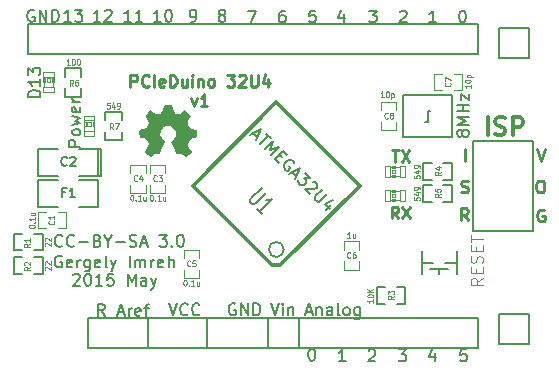
<source format=gto>
G04 (created by PCBNEW (2013-may-18)-stable) date Mon 04 May 2015 02:01:06 PM CST*
%MOIN*%
G04 Gerber Fmt 3.4, Leading zero omitted, Abs format*
%FSLAX34Y34*%
G01*
G70*
G90*
G04 APERTURE LIST*
%ADD10C,0.00590551*%
%ADD11C,0.00984252*%
%ADD12C,0.011811*%
%ADD13C,0.012*%
%ADD14C,0.008*%
%ADD15C,0.006*%
%ADD16C,0.0026*%
%ADD17C,0.004*%
%ADD18C,0.005*%
%ADD19C,0.0047*%
%ADD20C,0.0001*%
%ADD21C,0.0045*%
%ADD22C,0.00492126*%
G04 APERTURE END LIST*
G54D10*
X23158Y-47619D02*
X23121Y-47600D01*
X23065Y-47600D01*
X23008Y-47619D01*
X22971Y-47656D01*
X22952Y-47694D01*
X22934Y-47769D01*
X22934Y-47825D01*
X22952Y-47900D01*
X22971Y-47937D01*
X23008Y-47975D01*
X23065Y-47994D01*
X23102Y-47994D01*
X23158Y-47975D01*
X23177Y-47956D01*
X23177Y-47825D01*
X23102Y-47825D01*
X23496Y-47975D02*
X23458Y-47994D01*
X23383Y-47994D01*
X23346Y-47975D01*
X23327Y-47937D01*
X23327Y-47787D01*
X23346Y-47750D01*
X23383Y-47731D01*
X23458Y-47731D01*
X23496Y-47750D01*
X23515Y-47787D01*
X23515Y-47825D01*
X23327Y-47862D01*
X23683Y-47994D02*
X23683Y-47731D01*
X23683Y-47806D02*
X23702Y-47769D01*
X23721Y-47750D01*
X23758Y-47731D01*
X23796Y-47731D01*
X24096Y-47731D02*
X24096Y-48050D01*
X24077Y-48087D01*
X24058Y-48106D01*
X24021Y-48125D01*
X23965Y-48125D01*
X23927Y-48106D01*
X24096Y-47975D02*
X24058Y-47994D01*
X23983Y-47994D01*
X23946Y-47975D01*
X23927Y-47956D01*
X23908Y-47919D01*
X23908Y-47806D01*
X23927Y-47769D01*
X23946Y-47750D01*
X23983Y-47731D01*
X24058Y-47731D01*
X24096Y-47750D01*
X24433Y-47975D02*
X24396Y-47994D01*
X24321Y-47994D01*
X24283Y-47975D01*
X24265Y-47937D01*
X24265Y-47787D01*
X24283Y-47750D01*
X24321Y-47731D01*
X24396Y-47731D01*
X24433Y-47750D01*
X24452Y-47787D01*
X24452Y-47825D01*
X24265Y-47862D01*
X24677Y-47994D02*
X24640Y-47975D01*
X24621Y-47937D01*
X24621Y-47600D01*
X24790Y-47731D02*
X24883Y-47994D01*
X24977Y-47731D02*
X24883Y-47994D01*
X24846Y-48087D01*
X24827Y-48106D01*
X24790Y-48125D01*
X25427Y-47994D02*
X25427Y-47600D01*
X25614Y-47994D02*
X25614Y-47731D01*
X25614Y-47769D02*
X25633Y-47750D01*
X25671Y-47731D01*
X25727Y-47731D01*
X25764Y-47750D01*
X25783Y-47787D01*
X25783Y-47994D01*
X25783Y-47787D02*
X25802Y-47750D01*
X25839Y-47731D01*
X25896Y-47731D01*
X25933Y-47750D01*
X25952Y-47787D01*
X25952Y-47994D01*
X26139Y-47994D02*
X26139Y-47731D01*
X26139Y-47806D02*
X26158Y-47769D01*
X26177Y-47750D01*
X26214Y-47731D01*
X26252Y-47731D01*
X26533Y-47975D02*
X26496Y-47994D01*
X26421Y-47994D01*
X26383Y-47975D01*
X26364Y-47937D01*
X26364Y-47787D01*
X26383Y-47750D01*
X26421Y-47731D01*
X26496Y-47731D01*
X26533Y-47750D01*
X26552Y-47787D01*
X26552Y-47825D01*
X26364Y-47862D01*
X26721Y-47994D02*
X26721Y-47600D01*
X26889Y-47994D02*
X26889Y-47787D01*
X26871Y-47750D01*
X26833Y-47731D01*
X26777Y-47731D01*
X26739Y-47750D01*
X26721Y-47769D01*
X23543Y-48248D02*
X23562Y-48229D01*
X23599Y-48210D01*
X23693Y-48210D01*
X23730Y-48229D01*
X23749Y-48248D01*
X23768Y-48285D01*
X23768Y-48323D01*
X23749Y-48379D01*
X23524Y-48604D01*
X23768Y-48604D01*
X24011Y-48210D02*
X24049Y-48210D01*
X24086Y-48229D01*
X24105Y-48248D01*
X24124Y-48285D01*
X24143Y-48360D01*
X24143Y-48454D01*
X24124Y-48529D01*
X24105Y-48566D01*
X24086Y-48585D01*
X24049Y-48604D01*
X24011Y-48604D01*
X23974Y-48585D01*
X23955Y-48566D01*
X23937Y-48529D01*
X23918Y-48454D01*
X23918Y-48360D01*
X23937Y-48285D01*
X23955Y-48248D01*
X23974Y-48229D01*
X24011Y-48210D01*
X24518Y-48604D02*
X24293Y-48604D01*
X24405Y-48604D02*
X24405Y-48210D01*
X24368Y-48266D01*
X24330Y-48304D01*
X24293Y-48323D01*
X24874Y-48210D02*
X24686Y-48210D01*
X24668Y-48398D01*
X24686Y-48379D01*
X24724Y-48360D01*
X24818Y-48360D01*
X24855Y-48379D01*
X24874Y-48398D01*
X24893Y-48435D01*
X24893Y-48529D01*
X24874Y-48566D01*
X24855Y-48585D01*
X24818Y-48604D01*
X24724Y-48604D01*
X24686Y-48585D01*
X24668Y-48566D01*
X25361Y-48604D02*
X25361Y-48210D01*
X25493Y-48491D01*
X25624Y-48210D01*
X25624Y-48604D01*
X25980Y-48604D02*
X25980Y-48398D01*
X25961Y-48360D01*
X25924Y-48341D01*
X25849Y-48341D01*
X25811Y-48360D01*
X25980Y-48585D02*
X25943Y-48604D01*
X25849Y-48604D01*
X25811Y-48585D01*
X25793Y-48547D01*
X25793Y-48510D01*
X25811Y-48473D01*
X25849Y-48454D01*
X25943Y-48454D01*
X25980Y-48435D01*
X26130Y-48341D02*
X26224Y-48604D01*
X26317Y-48341D02*
X26224Y-48604D01*
X26186Y-48697D01*
X26167Y-48716D01*
X26130Y-48735D01*
X36497Y-39431D02*
X36534Y-39431D01*
X36571Y-39449D01*
X36590Y-39468D01*
X36609Y-39505D01*
X36628Y-39580D01*
X36628Y-39674D01*
X36609Y-39749D01*
X36590Y-39787D01*
X36571Y-39805D01*
X36534Y-39824D01*
X36497Y-39824D01*
X36459Y-39805D01*
X36440Y-39787D01*
X36422Y-39749D01*
X36403Y-39674D01*
X36403Y-39580D01*
X36422Y-39505D01*
X36440Y-39468D01*
X36459Y-39449D01*
X36497Y-39431D01*
X35643Y-39824D02*
X35419Y-39824D01*
X35531Y-39824D02*
X35531Y-39431D01*
X35494Y-39487D01*
X35456Y-39524D01*
X35419Y-39543D01*
X34434Y-39468D02*
X34453Y-39449D01*
X34491Y-39431D01*
X34584Y-39431D01*
X34622Y-39449D01*
X34640Y-39468D01*
X34659Y-39505D01*
X34659Y-39543D01*
X34640Y-39599D01*
X34416Y-39824D01*
X34659Y-39824D01*
X33412Y-39431D02*
X33655Y-39431D01*
X33524Y-39580D01*
X33580Y-39580D01*
X33618Y-39599D01*
X33637Y-39618D01*
X33655Y-39655D01*
X33655Y-39749D01*
X33637Y-39787D01*
X33618Y-39805D01*
X33580Y-39824D01*
X33468Y-39824D01*
X33430Y-39805D01*
X33412Y-39787D01*
X32555Y-39562D02*
X32555Y-39824D01*
X32461Y-39412D02*
X32367Y-39693D01*
X32611Y-39693D01*
X31609Y-39431D02*
X31422Y-39431D01*
X31403Y-39618D01*
X31422Y-39599D01*
X31459Y-39580D01*
X31553Y-39580D01*
X31590Y-39599D01*
X31609Y-39618D01*
X31628Y-39655D01*
X31628Y-39749D01*
X31609Y-39787D01*
X31590Y-39805D01*
X31553Y-39824D01*
X31459Y-39824D01*
X31422Y-39805D01*
X31403Y-39787D01*
X30586Y-39431D02*
X30511Y-39431D01*
X30474Y-39449D01*
X30455Y-39468D01*
X30418Y-39524D01*
X30399Y-39599D01*
X30399Y-39749D01*
X30418Y-39787D01*
X30436Y-39805D01*
X30474Y-39824D01*
X30549Y-39824D01*
X30586Y-39805D01*
X30605Y-39787D01*
X30624Y-39749D01*
X30624Y-39655D01*
X30605Y-39618D01*
X30586Y-39599D01*
X30549Y-39580D01*
X30474Y-39580D01*
X30436Y-39599D01*
X30418Y-39618D01*
X30399Y-39655D01*
X29376Y-39431D02*
X29639Y-39431D01*
X29470Y-39824D01*
X28466Y-39580D02*
X28428Y-39561D01*
X28410Y-39542D01*
X28391Y-39505D01*
X28391Y-39486D01*
X28410Y-39448D01*
X28428Y-39430D01*
X28466Y-39411D01*
X28541Y-39411D01*
X28578Y-39430D01*
X28597Y-39448D01*
X28616Y-39486D01*
X28616Y-39505D01*
X28597Y-39542D01*
X28578Y-39561D01*
X28541Y-39580D01*
X28466Y-39580D01*
X28428Y-39598D01*
X28410Y-39617D01*
X28391Y-39655D01*
X28391Y-39730D01*
X28410Y-39767D01*
X28428Y-39786D01*
X28466Y-39805D01*
X28541Y-39805D01*
X28578Y-39786D01*
X28597Y-39767D01*
X28616Y-39730D01*
X28616Y-39655D01*
X28597Y-39617D01*
X28578Y-39598D01*
X28541Y-39580D01*
X27464Y-39805D02*
X27539Y-39805D01*
X27576Y-39786D01*
X27595Y-39767D01*
X27633Y-39711D01*
X27651Y-39636D01*
X27651Y-39486D01*
X27633Y-39448D01*
X27614Y-39430D01*
X27576Y-39411D01*
X27501Y-39411D01*
X27464Y-39430D01*
X27445Y-39448D01*
X27426Y-39486D01*
X27426Y-39580D01*
X27445Y-39617D01*
X27464Y-39636D01*
X27501Y-39655D01*
X27576Y-39655D01*
X27614Y-39636D01*
X27633Y-39617D01*
X27651Y-39580D01*
X26460Y-39805D02*
X26235Y-39805D01*
X26347Y-39805D02*
X26347Y-39411D01*
X26310Y-39467D01*
X26272Y-39505D01*
X26235Y-39523D01*
X26704Y-39411D02*
X26741Y-39411D01*
X26779Y-39430D01*
X26797Y-39448D01*
X26816Y-39486D01*
X26835Y-39561D01*
X26835Y-39655D01*
X26816Y-39730D01*
X26797Y-39767D01*
X26779Y-39786D01*
X26741Y-39805D01*
X26704Y-39805D01*
X26666Y-39786D01*
X26647Y-39767D01*
X26629Y-39730D01*
X26610Y-39655D01*
X26610Y-39561D01*
X26629Y-39486D01*
X26647Y-39448D01*
X26666Y-39430D01*
X26704Y-39411D01*
X25476Y-39805D02*
X25251Y-39805D01*
X25363Y-39805D02*
X25363Y-39411D01*
X25326Y-39467D01*
X25288Y-39505D01*
X25251Y-39523D01*
X25851Y-39805D02*
X25626Y-39805D01*
X25738Y-39805D02*
X25738Y-39411D01*
X25701Y-39467D01*
X25663Y-39505D01*
X25626Y-39523D01*
X24452Y-39805D02*
X24227Y-39805D01*
X24340Y-39805D02*
X24340Y-39411D01*
X24302Y-39467D01*
X24265Y-39505D01*
X24227Y-39523D01*
X24602Y-39448D02*
X24621Y-39430D01*
X24658Y-39411D01*
X24752Y-39411D01*
X24790Y-39430D01*
X24808Y-39448D01*
X24827Y-39486D01*
X24827Y-39523D01*
X24808Y-39580D01*
X24583Y-39805D01*
X24827Y-39805D01*
X23468Y-39805D02*
X23243Y-39805D01*
X23355Y-39805D02*
X23355Y-39411D01*
X23318Y-39467D01*
X23280Y-39505D01*
X23243Y-39523D01*
X23599Y-39411D02*
X23843Y-39411D01*
X23712Y-39561D01*
X23768Y-39561D01*
X23805Y-39580D01*
X23824Y-39598D01*
X23843Y-39636D01*
X23843Y-39730D01*
X23824Y-39767D01*
X23805Y-39786D01*
X23768Y-39805D01*
X23655Y-39805D01*
X23618Y-39786D01*
X23599Y-39767D01*
X22239Y-39430D02*
X22201Y-39411D01*
X22145Y-39411D01*
X22089Y-39430D01*
X22051Y-39467D01*
X22033Y-39505D01*
X22014Y-39580D01*
X22014Y-39636D01*
X22033Y-39711D01*
X22051Y-39748D01*
X22089Y-39786D01*
X22145Y-39805D01*
X22183Y-39805D01*
X22239Y-39786D01*
X22258Y-39767D01*
X22258Y-39636D01*
X22183Y-39636D01*
X22426Y-39805D02*
X22426Y-39411D01*
X22651Y-39805D01*
X22651Y-39411D01*
X22839Y-39805D02*
X22839Y-39411D01*
X22933Y-39411D01*
X22989Y-39430D01*
X23026Y-39467D01*
X23045Y-39505D01*
X23064Y-39580D01*
X23064Y-39636D01*
X23045Y-39711D01*
X23026Y-39748D01*
X22989Y-39786D01*
X22933Y-39805D01*
X22839Y-39805D01*
X30128Y-49194D02*
X30259Y-49588D01*
X30390Y-49194D01*
X30522Y-49588D02*
X30522Y-49326D01*
X30522Y-49194D02*
X30503Y-49213D01*
X30522Y-49232D01*
X30540Y-49213D01*
X30522Y-49194D01*
X30522Y-49232D01*
X30709Y-49326D02*
X30709Y-49588D01*
X30709Y-49363D02*
X30728Y-49344D01*
X30765Y-49326D01*
X30822Y-49326D01*
X30859Y-49344D01*
X30878Y-49382D01*
X30878Y-49588D01*
X30039Y-49704D02*
X30039Y-50629D01*
X28011Y-49685D02*
X28011Y-50649D01*
X26043Y-49704D02*
X26043Y-50649D01*
X28952Y-49213D02*
X28914Y-49194D01*
X28858Y-49194D01*
X28802Y-49213D01*
X28764Y-49251D01*
X28745Y-49288D01*
X28727Y-49363D01*
X28727Y-49419D01*
X28745Y-49494D01*
X28764Y-49532D01*
X28802Y-49569D01*
X28858Y-49588D01*
X28895Y-49588D01*
X28952Y-49569D01*
X28970Y-49550D01*
X28970Y-49419D01*
X28895Y-49419D01*
X29139Y-49588D02*
X29139Y-49194D01*
X29364Y-49588D01*
X29364Y-49194D01*
X29551Y-49588D02*
X29551Y-49194D01*
X29645Y-49194D01*
X29701Y-49213D01*
X29739Y-49251D01*
X29758Y-49288D01*
X29776Y-49363D01*
X29776Y-49419D01*
X29758Y-49494D01*
X29739Y-49532D01*
X29701Y-49569D01*
X29645Y-49588D01*
X29551Y-49588D01*
X26738Y-49194D02*
X26870Y-49588D01*
X27001Y-49194D01*
X27357Y-49550D02*
X27338Y-49569D01*
X27282Y-49588D01*
X27245Y-49588D01*
X27188Y-49569D01*
X27151Y-49532D01*
X27132Y-49494D01*
X27113Y-49419D01*
X27113Y-49363D01*
X27132Y-49288D01*
X27151Y-49251D01*
X27188Y-49213D01*
X27245Y-49194D01*
X27282Y-49194D01*
X27338Y-49213D01*
X27357Y-49232D01*
X27751Y-49550D02*
X27732Y-49569D01*
X27676Y-49588D01*
X27638Y-49588D01*
X27582Y-49569D01*
X27544Y-49532D01*
X27526Y-49494D01*
X27507Y-49419D01*
X27507Y-49363D01*
X27526Y-49288D01*
X27544Y-49251D01*
X27582Y-49213D01*
X27638Y-49194D01*
X27676Y-49194D01*
X27732Y-49213D01*
X27751Y-49232D01*
X25034Y-49495D02*
X25222Y-49495D01*
X24997Y-49608D02*
X25128Y-49214D01*
X25259Y-49608D01*
X25390Y-49608D02*
X25390Y-49345D01*
X25390Y-49420D02*
X25409Y-49383D01*
X25428Y-49364D01*
X25465Y-49345D01*
X25503Y-49345D01*
X25784Y-49589D02*
X25747Y-49608D01*
X25672Y-49608D01*
X25634Y-49589D01*
X25615Y-49551D01*
X25615Y-49401D01*
X25634Y-49364D01*
X25672Y-49345D01*
X25747Y-49345D01*
X25784Y-49364D01*
X25803Y-49401D01*
X25803Y-49439D01*
X25615Y-49476D01*
X25915Y-49345D02*
X26065Y-49345D01*
X25972Y-49608D02*
X25972Y-49270D01*
X25990Y-49233D01*
X26028Y-49214D01*
X26065Y-49214D01*
X24590Y-49608D02*
X24459Y-49420D01*
X24365Y-49608D02*
X24365Y-49214D01*
X24515Y-49214D01*
X24552Y-49233D01*
X24571Y-49251D01*
X24590Y-49289D01*
X24590Y-49345D01*
X24571Y-49383D01*
X24552Y-49401D01*
X24515Y-49420D01*
X24365Y-49420D01*
X31295Y-49476D02*
X31482Y-49476D01*
X31257Y-49588D02*
X31389Y-49194D01*
X31520Y-49588D01*
X31651Y-49326D02*
X31651Y-49588D01*
X31651Y-49363D02*
X31670Y-49344D01*
X31707Y-49326D01*
X31764Y-49326D01*
X31801Y-49344D01*
X31820Y-49382D01*
X31820Y-49588D01*
X32176Y-49588D02*
X32176Y-49382D01*
X32157Y-49344D01*
X32120Y-49326D01*
X32045Y-49326D01*
X32007Y-49344D01*
X32176Y-49569D02*
X32139Y-49588D01*
X32045Y-49588D01*
X32007Y-49569D01*
X31989Y-49532D01*
X31989Y-49494D01*
X32007Y-49457D01*
X32045Y-49438D01*
X32139Y-49438D01*
X32176Y-49419D01*
X32420Y-49588D02*
X32382Y-49569D01*
X32364Y-49532D01*
X32364Y-49194D01*
X32626Y-49588D02*
X32589Y-49569D01*
X32570Y-49550D01*
X32551Y-49513D01*
X32551Y-49401D01*
X32570Y-49363D01*
X32589Y-49344D01*
X32626Y-49326D01*
X32682Y-49326D01*
X32720Y-49344D01*
X32739Y-49363D01*
X32757Y-49401D01*
X32757Y-49513D01*
X32739Y-49550D01*
X32720Y-49569D01*
X32682Y-49588D01*
X32626Y-49588D01*
X33095Y-49326D02*
X33095Y-49644D01*
X33076Y-49682D01*
X33057Y-49700D01*
X33020Y-49719D01*
X32964Y-49719D01*
X32926Y-49700D01*
X33095Y-49569D02*
X33057Y-49588D01*
X32982Y-49588D01*
X32945Y-49569D01*
X32926Y-49550D01*
X32907Y-49513D01*
X32907Y-49401D01*
X32926Y-49363D01*
X32945Y-49344D01*
X32982Y-49326D01*
X33057Y-49326D01*
X33095Y-49344D01*
X36648Y-50730D02*
X36461Y-50730D01*
X36442Y-50917D01*
X36461Y-50898D01*
X36498Y-50880D01*
X36592Y-50880D01*
X36630Y-50898D01*
X36648Y-50917D01*
X36667Y-50955D01*
X36667Y-51048D01*
X36648Y-51086D01*
X36630Y-51105D01*
X36592Y-51123D01*
X36498Y-51123D01*
X36461Y-51105D01*
X36442Y-51086D01*
X35586Y-50861D02*
X35586Y-51123D01*
X35493Y-50711D02*
X35399Y-50992D01*
X35643Y-50992D01*
X34396Y-50730D02*
X34640Y-50730D01*
X34508Y-50880D01*
X34565Y-50880D01*
X34602Y-50898D01*
X34621Y-50917D01*
X34640Y-50955D01*
X34640Y-51048D01*
X34621Y-51086D01*
X34602Y-51105D01*
X34565Y-51123D01*
X34452Y-51123D01*
X34415Y-51105D01*
X34396Y-51086D01*
X33391Y-50767D02*
X33410Y-50748D01*
X33447Y-50730D01*
X33541Y-50730D01*
X33578Y-50748D01*
X33597Y-50767D01*
X33616Y-50805D01*
X33616Y-50842D01*
X33597Y-50898D01*
X33372Y-51123D01*
X33616Y-51123D01*
X32632Y-51123D02*
X32407Y-51123D01*
X32519Y-51123D02*
X32519Y-50730D01*
X32482Y-50786D01*
X32444Y-50823D01*
X32407Y-50842D01*
X31477Y-50710D02*
X31514Y-50710D01*
X31552Y-50729D01*
X31571Y-50748D01*
X31589Y-50785D01*
X31608Y-50860D01*
X31608Y-50954D01*
X31589Y-51029D01*
X31571Y-51066D01*
X31552Y-51085D01*
X31514Y-51104D01*
X31477Y-51104D01*
X31439Y-51085D01*
X31421Y-51066D01*
X31402Y-51029D01*
X31383Y-50954D01*
X31383Y-50860D01*
X31402Y-50785D01*
X31421Y-50748D01*
X31439Y-50729D01*
X31477Y-50710D01*
X31062Y-49685D02*
X31062Y-50669D01*
G54D11*
X36594Y-44431D02*
X36594Y-44037D01*
X36482Y-45475D02*
X36538Y-45494D01*
X36631Y-45494D01*
X36669Y-45475D01*
X36688Y-45456D01*
X36706Y-45419D01*
X36706Y-45381D01*
X36688Y-45344D01*
X36669Y-45325D01*
X36631Y-45306D01*
X36556Y-45287D01*
X36519Y-45269D01*
X36500Y-45250D01*
X36482Y-45212D01*
X36482Y-45175D01*
X36500Y-45137D01*
X36519Y-45119D01*
X36556Y-45100D01*
X36650Y-45100D01*
X36706Y-45119D01*
X39076Y-45100D02*
X39151Y-45100D01*
X39189Y-45119D01*
X39226Y-45156D01*
X39245Y-45231D01*
X39245Y-45362D01*
X39226Y-45437D01*
X39189Y-45475D01*
X39151Y-45494D01*
X39076Y-45494D01*
X39039Y-45475D01*
X39001Y-45437D01*
X38982Y-45362D01*
X38982Y-45231D01*
X39001Y-45156D01*
X39039Y-45119D01*
X39076Y-45100D01*
X39002Y-44037D02*
X39133Y-44431D01*
X39265Y-44037D01*
X36696Y-46419D02*
X36565Y-46231D01*
X36471Y-46419D02*
X36471Y-46025D01*
X36621Y-46025D01*
X36659Y-46044D01*
X36677Y-46062D01*
X36696Y-46100D01*
X36696Y-46156D01*
X36677Y-46194D01*
X36659Y-46212D01*
X36621Y-46231D01*
X36471Y-46231D01*
X39236Y-46083D02*
X39199Y-46064D01*
X39143Y-46064D01*
X39086Y-46083D01*
X39049Y-46121D01*
X39030Y-46158D01*
X39011Y-46233D01*
X39011Y-46289D01*
X39030Y-46364D01*
X39049Y-46402D01*
X39086Y-46439D01*
X39143Y-46458D01*
X39180Y-46458D01*
X39236Y-46439D01*
X39255Y-46421D01*
X39255Y-46289D01*
X39180Y-46289D01*
G54D12*
X37356Y-43585D02*
X37356Y-42994D01*
X37609Y-43557D02*
X37694Y-43585D01*
X37834Y-43585D01*
X37890Y-43557D01*
X37919Y-43529D01*
X37947Y-43473D01*
X37947Y-43416D01*
X37919Y-43360D01*
X37890Y-43332D01*
X37834Y-43304D01*
X37722Y-43276D01*
X37665Y-43248D01*
X37637Y-43219D01*
X37609Y-43163D01*
X37609Y-43107D01*
X37637Y-43051D01*
X37665Y-43023D01*
X37722Y-42994D01*
X37862Y-42994D01*
X37947Y-43023D01*
X38200Y-43585D02*
X38200Y-42994D01*
X38425Y-42994D01*
X38481Y-43023D01*
X38509Y-43051D01*
X38537Y-43107D01*
X38537Y-43191D01*
X38509Y-43248D01*
X38481Y-43276D01*
X38425Y-43304D01*
X38200Y-43304D01*
G54D10*
X23175Y-47267D02*
X23157Y-47286D01*
X23100Y-47305D01*
X23063Y-47305D01*
X23007Y-47286D01*
X22969Y-47248D01*
X22950Y-47211D01*
X22932Y-47136D01*
X22932Y-47080D01*
X22950Y-47005D01*
X22969Y-46967D01*
X23007Y-46930D01*
X23063Y-46911D01*
X23100Y-46911D01*
X23157Y-46930D01*
X23175Y-46948D01*
X23569Y-47267D02*
X23550Y-47286D01*
X23494Y-47305D01*
X23457Y-47305D01*
X23400Y-47286D01*
X23363Y-47248D01*
X23344Y-47211D01*
X23325Y-47136D01*
X23325Y-47080D01*
X23344Y-47005D01*
X23363Y-46967D01*
X23400Y-46930D01*
X23457Y-46911D01*
X23494Y-46911D01*
X23550Y-46930D01*
X23569Y-46948D01*
X23738Y-47155D02*
X24038Y-47155D01*
X24356Y-47098D02*
X24413Y-47117D01*
X24431Y-47136D01*
X24450Y-47173D01*
X24450Y-47230D01*
X24431Y-47267D01*
X24413Y-47286D01*
X24375Y-47305D01*
X24225Y-47305D01*
X24225Y-46911D01*
X24356Y-46911D01*
X24394Y-46930D01*
X24413Y-46948D01*
X24431Y-46986D01*
X24431Y-47023D01*
X24413Y-47061D01*
X24394Y-47080D01*
X24356Y-47098D01*
X24225Y-47098D01*
X24694Y-47117D02*
X24694Y-47305D01*
X24563Y-46911D02*
X24694Y-47117D01*
X24825Y-46911D01*
X24956Y-47155D02*
X25256Y-47155D01*
X25425Y-47286D02*
X25481Y-47305D01*
X25575Y-47305D01*
X25613Y-47286D01*
X25631Y-47267D01*
X25650Y-47230D01*
X25650Y-47192D01*
X25631Y-47155D01*
X25613Y-47136D01*
X25575Y-47117D01*
X25500Y-47098D01*
X25463Y-47080D01*
X25444Y-47061D01*
X25425Y-47023D01*
X25425Y-46986D01*
X25444Y-46948D01*
X25463Y-46930D01*
X25500Y-46911D01*
X25594Y-46911D01*
X25650Y-46930D01*
X25800Y-47192D02*
X25988Y-47192D01*
X25763Y-47305D02*
X25894Y-46911D01*
X26025Y-47305D01*
X26419Y-46911D02*
X26662Y-46911D01*
X26531Y-47061D01*
X26587Y-47061D01*
X26625Y-47080D01*
X26644Y-47098D01*
X26662Y-47136D01*
X26662Y-47230D01*
X26644Y-47267D01*
X26625Y-47286D01*
X26587Y-47305D01*
X26475Y-47305D01*
X26437Y-47286D01*
X26419Y-47267D01*
X26831Y-47267D02*
X26850Y-47286D01*
X26831Y-47305D01*
X26812Y-47286D01*
X26831Y-47267D01*
X26831Y-47305D01*
X27094Y-46911D02*
X27131Y-46911D01*
X27169Y-46930D01*
X27187Y-46948D01*
X27206Y-46986D01*
X27225Y-47061D01*
X27225Y-47155D01*
X27206Y-47230D01*
X27187Y-47267D01*
X27169Y-47286D01*
X27131Y-47305D01*
X27094Y-47305D01*
X27056Y-47286D01*
X27037Y-47267D01*
X27019Y-47230D01*
X27000Y-47155D01*
X27000Y-47061D01*
X27019Y-46986D01*
X27037Y-46948D01*
X27056Y-46930D01*
X27094Y-46911D01*
G54D11*
X25449Y-41970D02*
X25449Y-41576D01*
X25599Y-41576D01*
X25637Y-41595D01*
X25656Y-41614D01*
X25674Y-41651D01*
X25674Y-41707D01*
X25656Y-41745D01*
X25637Y-41764D01*
X25599Y-41782D01*
X25449Y-41782D01*
X26068Y-41932D02*
X26049Y-41951D01*
X25993Y-41970D01*
X25956Y-41970D01*
X25899Y-41951D01*
X25862Y-41914D01*
X25843Y-41876D01*
X25824Y-41801D01*
X25824Y-41745D01*
X25843Y-41670D01*
X25862Y-41632D01*
X25899Y-41595D01*
X25956Y-41576D01*
X25993Y-41576D01*
X26049Y-41595D01*
X26068Y-41614D01*
X26237Y-41970D02*
X26237Y-41576D01*
X26574Y-41951D02*
X26537Y-41970D01*
X26462Y-41970D01*
X26424Y-41951D01*
X26406Y-41914D01*
X26406Y-41764D01*
X26424Y-41726D01*
X26462Y-41707D01*
X26537Y-41707D01*
X26574Y-41726D01*
X26593Y-41764D01*
X26593Y-41801D01*
X26406Y-41839D01*
X26762Y-41970D02*
X26762Y-41576D01*
X26856Y-41576D01*
X26912Y-41595D01*
X26949Y-41632D01*
X26968Y-41670D01*
X26987Y-41745D01*
X26987Y-41801D01*
X26968Y-41876D01*
X26949Y-41914D01*
X26912Y-41951D01*
X26856Y-41970D01*
X26762Y-41970D01*
X27324Y-41707D02*
X27324Y-41970D01*
X27155Y-41707D02*
X27155Y-41914D01*
X27174Y-41951D01*
X27212Y-41970D01*
X27268Y-41970D01*
X27305Y-41951D01*
X27324Y-41932D01*
X27512Y-41970D02*
X27512Y-41707D01*
X27512Y-41576D02*
X27493Y-41595D01*
X27512Y-41614D01*
X27530Y-41595D01*
X27512Y-41576D01*
X27512Y-41614D01*
X27699Y-41707D02*
X27699Y-41970D01*
X27699Y-41745D02*
X27718Y-41726D01*
X27755Y-41707D01*
X27812Y-41707D01*
X27849Y-41726D01*
X27868Y-41764D01*
X27868Y-41970D01*
X28112Y-41970D02*
X28074Y-41951D01*
X28055Y-41932D01*
X28037Y-41895D01*
X28037Y-41782D01*
X28055Y-41745D01*
X28074Y-41726D01*
X28112Y-41707D01*
X28168Y-41707D01*
X28205Y-41726D01*
X28224Y-41745D01*
X28243Y-41782D01*
X28243Y-41895D01*
X28224Y-41932D01*
X28205Y-41951D01*
X28168Y-41970D01*
X28112Y-41970D01*
X28674Y-41576D02*
X28918Y-41576D01*
X28787Y-41726D01*
X28843Y-41726D01*
X28880Y-41745D01*
X28899Y-41764D01*
X28918Y-41801D01*
X28918Y-41895D01*
X28899Y-41932D01*
X28880Y-41951D01*
X28843Y-41970D01*
X28730Y-41970D01*
X28693Y-41951D01*
X28674Y-41932D01*
X29068Y-41614D02*
X29086Y-41595D01*
X29124Y-41576D01*
X29218Y-41576D01*
X29255Y-41595D01*
X29274Y-41614D01*
X29293Y-41651D01*
X29293Y-41689D01*
X29274Y-41745D01*
X29049Y-41970D01*
X29293Y-41970D01*
X29461Y-41576D02*
X29461Y-41895D01*
X29480Y-41932D01*
X29499Y-41951D01*
X29536Y-41970D01*
X29611Y-41970D01*
X29649Y-41951D01*
X29668Y-41932D01*
X29686Y-41895D01*
X29686Y-41576D01*
X30043Y-41707D02*
X30043Y-41970D01*
X29949Y-41557D02*
X29855Y-41839D01*
X30099Y-41839D01*
X27474Y-42357D02*
X27568Y-42619D01*
X27662Y-42357D01*
X28018Y-42619D02*
X27793Y-42619D01*
X27905Y-42619D02*
X27905Y-42226D01*
X27868Y-42282D01*
X27830Y-42320D01*
X27793Y-42338D01*
G54D13*
X27528Y-45275D02*
X30314Y-42489D01*
X30314Y-42489D02*
X33100Y-45275D01*
X30449Y-47927D02*
X33100Y-45275D01*
X30180Y-47927D02*
X27528Y-45275D01*
X30449Y-47927D02*
X30180Y-47927D01*
G54D14*
X30564Y-47396D02*
G75*
G03X30564Y-47396I-250J0D01*
G74*
G01*
G54D15*
X38728Y-50539D02*
X37728Y-50539D01*
X37728Y-49539D02*
X38728Y-49539D01*
X37728Y-50539D02*
X37728Y-49539D01*
X38728Y-49539D02*
X38728Y-50539D01*
X38728Y-41011D02*
X37728Y-41011D01*
X37728Y-40011D02*
X38728Y-40011D01*
X37728Y-41011D02*
X37728Y-40011D01*
X38728Y-40011D02*
X38728Y-41011D01*
G54D14*
X36870Y-46775D02*
X36870Y-43775D01*
X38870Y-43775D02*
X38870Y-46775D01*
X38870Y-46775D02*
X36870Y-46775D01*
X36870Y-43775D02*
X38870Y-43775D01*
G54D10*
X37027Y-40870D02*
X22027Y-40870D01*
X22027Y-40870D02*
X22027Y-39870D01*
X22027Y-39870D02*
X37027Y-39870D01*
X37027Y-39870D02*
X37027Y-40870D01*
X37027Y-50681D02*
X24027Y-50681D01*
X24027Y-50681D02*
X24027Y-49681D01*
X24027Y-49681D02*
X37027Y-49681D01*
X37027Y-49681D02*
X37027Y-50681D01*
G54D16*
X23897Y-43090D02*
X24251Y-43090D01*
X24251Y-43090D02*
X24251Y-42933D01*
X23897Y-42933D02*
X24251Y-42933D01*
X23897Y-43090D02*
X23897Y-42933D01*
X23897Y-43601D02*
X24251Y-43601D01*
X24251Y-43601D02*
X24251Y-43444D01*
X23897Y-43444D02*
X24251Y-43444D01*
X23897Y-43601D02*
X23897Y-43444D01*
X23897Y-43267D02*
X23956Y-43267D01*
X23956Y-43267D02*
X23956Y-43149D01*
X23897Y-43149D02*
X23956Y-43149D01*
X23897Y-43267D02*
X23897Y-43149D01*
X24192Y-43267D02*
X24251Y-43267D01*
X24251Y-43267D02*
X24251Y-43149D01*
X24192Y-43149D02*
X24251Y-43149D01*
X24192Y-43267D02*
X24192Y-43149D01*
X24015Y-43267D02*
X24133Y-43267D01*
X24133Y-43267D02*
X24133Y-43149D01*
X24015Y-43149D02*
X24133Y-43149D01*
X24015Y-43267D02*
X24015Y-43149D01*
G54D17*
X23917Y-43090D02*
X23917Y-43444D01*
X24231Y-43090D02*
X24231Y-43444D01*
G54D10*
X34527Y-43661D02*
X34527Y-42244D01*
X34527Y-42244D02*
X36181Y-42244D01*
X36181Y-42244D02*
X36181Y-43661D01*
X36181Y-43661D02*
X34527Y-43661D01*
X35274Y-43132D02*
X35354Y-43132D01*
X35354Y-43132D02*
X35354Y-42772D01*
X35354Y-42772D02*
X35434Y-42772D01*
G54D18*
X24385Y-44938D02*
X24485Y-44938D01*
X24485Y-44938D02*
X24485Y-44038D01*
X24485Y-44038D02*
X24385Y-44038D01*
X24385Y-44938D02*
X24385Y-44038D01*
X24385Y-44038D02*
X23735Y-44038D01*
X23035Y-44938D02*
X22385Y-44938D01*
X22385Y-44938D02*
X22385Y-44038D01*
X22385Y-44038D02*
X23035Y-44038D01*
X23735Y-44938D02*
X24385Y-44938D01*
X22385Y-45081D02*
X22385Y-45981D01*
X22385Y-45981D02*
X23035Y-45981D01*
X23735Y-45081D02*
X24385Y-45081D01*
X24385Y-45081D02*
X24385Y-45981D01*
X24385Y-45981D02*
X23735Y-45981D01*
X23035Y-45081D02*
X22385Y-45081D01*
X25156Y-43090D02*
X25156Y-42812D01*
X25156Y-42812D02*
X24606Y-42812D01*
X24606Y-42812D02*
X24606Y-43090D01*
X25156Y-43762D02*
X25156Y-43484D01*
X25156Y-43762D02*
X24606Y-43762D01*
X24606Y-43762D02*
X24606Y-43484D01*
X33936Y-48662D02*
X33658Y-48662D01*
X33658Y-48662D02*
X33658Y-49212D01*
X33658Y-49212D02*
X33936Y-49212D01*
X34608Y-48662D02*
X34330Y-48662D01*
X34608Y-48662D02*
X34608Y-49212D01*
X34608Y-49212D02*
X34330Y-49212D01*
X22244Y-47420D02*
X22522Y-47420D01*
X22522Y-47420D02*
X22522Y-46870D01*
X22522Y-46870D02*
X22244Y-46870D01*
X21572Y-47420D02*
X21850Y-47420D01*
X21572Y-47420D02*
X21572Y-46870D01*
X21572Y-46870D02*
X21850Y-46870D01*
X22244Y-48208D02*
X22522Y-48208D01*
X22522Y-48208D02*
X22522Y-47658D01*
X22522Y-47658D02*
X22244Y-47658D01*
X21572Y-48208D02*
X21850Y-48208D01*
X21572Y-48208D02*
X21572Y-47658D01*
X21572Y-47658D02*
X21850Y-47658D01*
X23818Y-41633D02*
X23818Y-41355D01*
X23818Y-41355D02*
X23268Y-41355D01*
X23268Y-41355D02*
X23268Y-41633D01*
X23818Y-42305D02*
X23818Y-42027D01*
X23818Y-42305D02*
X23268Y-42305D01*
X23268Y-42305D02*
X23268Y-42027D01*
X35491Y-44528D02*
X35213Y-44528D01*
X35213Y-44528D02*
X35213Y-45078D01*
X35213Y-45078D02*
X35491Y-45078D01*
X36163Y-44528D02*
X35885Y-44528D01*
X36163Y-44528D02*
X36163Y-45078D01*
X36163Y-45078D02*
X35885Y-45078D01*
X35491Y-45256D02*
X35213Y-45256D01*
X35213Y-45256D02*
X35213Y-45806D01*
X35213Y-45806D02*
X35491Y-45806D01*
X36163Y-45256D02*
X35885Y-45256D01*
X36163Y-45256D02*
X36163Y-45806D01*
X36163Y-45806D02*
X35885Y-45806D01*
G54D19*
X36240Y-42067D02*
X36515Y-42067D01*
X35846Y-42067D02*
X35571Y-42067D01*
X36240Y-41555D02*
X36515Y-41555D01*
X35571Y-41555D02*
X35846Y-41555D01*
X36515Y-41561D02*
X36515Y-42061D01*
X35571Y-42061D02*
X35571Y-41561D01*
X32558Y-47795D02*
X32558Y-48070D01*
X32558Y-47401D02*
X32558Y-47126D01*
X33070Y-47795D02*
X33070Y-48070D01*
X33070Y-47126D02*
X33070Y-47401D01*
X33064Y-48070D02*
X32564Y-48070D01*
X32564Y-47126D02*
X33064Y-47126D01*
X23031Y-46673D02*
X23306Y-46673D01*
X22637Y-46673D02*
X22362Y-46673D01*
X23031Y-46161D02*
X23306Y-46161D01*
X22362Y-46161D02*
X22637Y-46161D01*
X23306Y-46167D02*
X23306Y-46667D01*
X22362Y-46667D02*
X22362Y-46167D01*
X25964Y-44842D02*
X25964Y-44567D01*
X25964Y-45236D02*
X25964Y-45511D01*
X25452Y-44842D02*
X25452Y-44567D01*
X25452Y-45511D02*
X25452Y-45236D01*
X25458Y-44567D02*
X25958Y-44567D01*
X25958Y-45511D02*
X25458Y-45511D01*
X26614Y-44842D02*
X26614Y-44567D01*
X26614Y-45236D02*
X26614Y-45511D01*
X26102Y-44842D02*
X26102Y-44567D01*
X26102Y-45511D02*
X26102Y-45236D01*
X26108Y-44567D02*
X26608Y-44567D01*
X26608Y-45511D02*
X26108Y-45511D01*
X27736Y-47677D02*
X27736Y-47402D01*
X27736Y-48071D02*
X27736Y-48346D01*
X27224Y-47677D02*
X27224Y-47402D01*
X27224Y-48346D02*
X27224Y-48071D01*
X27230Y-47402D02*
X27730Y-47402D01*
X27730Y-48346D02*
X27230Y-48346D01*
X34311Y-42755D02*
X34311Y-42480D01*
X34311Y-43149D02*
X34311Y-43424D01*
X33799Y-42755D02*
X33799Y-42480D01*
X33799Y-43424D02*
X33799Y-43149D01*
X33805Y-42480D02*
X34305Y-42480D01*
X34305Y-43424D02*
X33805Y-43424D01*
G54D16*
X34094Y-45767D02*
X34094Y-45413D01*
X34094Y-45413D02*
X33937Y-45413D01*
X33937Y-45767D02*
X33937Y-45413D01*
X34094Y-45767D02*
X33937Y-45767D01*
X34605Y-45767D02*
X34605Y-45413D01*
X34605Y-45413D02*
X34448Y-45413D01*
X34448Y-45767D02*
X34448Y-45413D01*
X34605Y-45767D02*
X34448Y-45767D01*
X34271Y-45767D02*
X34271Y-45708D01*
X34271Y-45708D02*
X34153Y-45708D01*
X34153Y-45767D02*
X34153Y-45708D01*
X34271Y-45767D02*
X34153Y-45767D01*
X34271Y-45472D02*
X34271Y-45413D01*
X34271Y-45413D02*
X34153Y-45413D01*
X34153Y-45472D02*
X34153Y-45413D01*
X34271Y-45472D02*
X34153Y-45472D01*
X34271Y-45649D02*
X34271Y-45531D01*
X34271Y-45531D02*
X34153Y-45531D01*
X34153Y-45649D02*
X34153Y-45531D01*
X34271Y-45649D02*
X34153Y-45649D01*
G54D17*
X34094Y-45747D02*
X34448Y-45747D01*
X34094Y-45433D02*
X34448Y-45433D01*
G54D16*
X34094Y-44980D02*
X34094Y-44626D01*
X34094Y-44626D02*
X33937Y-44626D01*
X33937Y-44980D02*
X33937Y-44626D01*
X34094Y-44980D02*
X33937Y-44980D01*
X34605Y-44980D02*
X34605Y-44626D01*
X34605Y-44626D02*
X34448Y-44626D01*
X34448Y-44980D02*
X34448Y-44626D01*
X34605Y-44980D02*
X34448Y-44980D01*
X34271Y-44980D02*
X34271Y-44921D01*
X34271Y-44921D02*
X34153Y-44921D01*
X34153Y-44980D02*
X34153Y-44921D01*
X34271Y-44980D02*
X34153Y-44980D01*
X34271Y-44685D02*
X34271Y-44626D01*
X34271Y-44626D02*
X34153Y-44626D01*
X34153Y-44685D02*
X34153Y-44626D01*
X34271Y-44685D02*
X34153Y-44685D01*
X34271Y-44862D02*
X34271Y-44744D01*
X34271Y-44744D02*
X34153Y-44744D01*
X34153Y-44862D02*
X34153Y-44744D01*
X34271Y-44862D02*
X34153Y-44862D01*
G54D17*
X34094Y-44960D02*
X34448Y-44960D01*
X34094Y-44646D02*
X34448Y-44646D01*
G54D16*
X22539Y-41634D02*
X22893Y-41634D01*
X22893Y-41634D02*
X22893Y-41477D01*
X22539Y-41477D02*
X22893Y-41477D01*
X22539Y-41634D02*
X22539Y-41477D01*
X22539Y-42145D02*
X22893Y-42145D01*
X22893Y-42145D02*
X22893Y-41988D01*
X22539Y-41988D02*
X22893Y-41988D01*
X22539Y-42145D02*
X22539Y-41988D01*
X22539Y-41811D02*
X22598Y-41811D01*
X22598Y-41811D02*
X22598Y-41693D01*
X22539Y-41693D02*
X22598Y-41693D01*
X22539Y-41811D02*
X22539Y-41693D01*
X22834Y-41811D02*
X22893Y-41811D01*
X22893Y-41811D02*
X22893Y-41693D01*
X22834Y-41693D02*
X22893Y-41693D01*
X22834Y-41811D02*
X22834Y-41693D01*
X22657Y-41811D02*
X22775Y-41811D01*
X22775Y-41811D02*
X22775Y-41693D01*
X22657Y-41693D02*
X22775Y-41693D01*
X22657Y-41811D02*
X22657Y-41693D01*
G54D17*
X22559Y-41634D02*
X22559Y-41988D01*
X22873Y-41634D02*
X22873Y-41988D01*
G54D10*
X35748Y-48031D02*
X35748Y-48228D01*
X36043Y-48031D02*
X35452Y-48031D01*
X35157Y-47834D02*
X35551Y-47834D01*
X36338Y-47834D02*
X35944Y-47834D01*
X35157Y-47440D02*
X35157Y-48228D01*
X36338Y-47440D02*
X36338Y-48228D01*
G54D20*
G36*
X27675Y-43490D02*
X27672Y-43542D01*
X27661Y-43630D01*
X27635Y-43672D01*
X27577Y-43688D01*
X27552Y-43691D01*
X27465Y-43714D01*
X27408Y-43775D01*
X27389Y-43812D01*
X27357Y-43889D01*
X27359Y-43944D01*
X27397Y-44010D01*
X27411Y-44029D01*
X27486Y-44135D01*
X27394Y-44231D01*
X27302Y-44328D01*
X27205Y-44259D01*
X27123Y-44217D01*
X27051Y-44205D01*
X27045Y-44206D01*
X27006Y-44204D01*
X26969Y-44167D01*
X26927Y-44083D01*
X26901Y-44019D01*
X26819Y-43814D01*
X26899Y-43720D01*
X26966Y-43604D01*
X26967Y-43493D01*
X26901Y-43383D01*
X26881Y-43361D01*
X26769Y-43282D01*
X26658Y-43270D01*
X26551Y-43323D01*
X26527Y-43345D01*
X26458Y-43454D01*
X26446Y-43575D01*
X26490Y-43687D01*
X26524Y-43727D01*
X26604Y-43801D01*
X26519Y-44015D01*
X26471Y-44128D01*
X26435Y-44191D01*
X26400Y-44214D01*
X26363Y-44211D01*
X26278Y-44220D01*
X26207Y-44260D01*
X26121Y-44327D01*
X26029Y-44231D01*
X25937Y-44135D01*
X26005Y-44024D01*
X26047Y-43944D01*
X26053Y-43881D01*
X26028Y-43807D01*
X25980Y-43729D01*
X25908Y-43696D01*
X25872Y-43691D01*
X25802Y-43679D01*
X25768Y-43647D01*
X25754Y-43576D01*
X25751Y-43539D01*
X25748Y-43450D01*
X25765Y-43406D01*
X25821Y-43386D01*
X25874Y-43377D01*
X25968Y-43353D01*
X26019Y-43307D01*
X26043Y-43256D01*
X26060Y-43173D01*
X26036Y-43101D01*
X26011Y-43063D01*
X25959Y-42980D01*
X25953Y-42922D01*
X25993Y-42865D01*
X26025Y-42833D01*
X26105Y-42758D01*
X26237Y-42834D01*
X26321Y-42879D01*
X26374Y-42892D01*
X26423Y-42874D01*
X26457Y-42853D01*
X26519Y-42793D01*
X26545Y-42732D01*
X26559Y-42630D01*
X26611Y-42578D01*
X26711Y-42564D01*
X26712Y-42564D01*
X26795Y-42568D01*
X26835Y-42595D01*
X26856Y-42664D01*
X26861Y-42694D01*
X26889Y-42791D01*
X26943Y-42846D01*
X26979Y-42864D01*
X27052Y-42885D01*
X27114Y-42871D01*
X27179Y-42830D01*
X27283Y-42756D01*
X27380Y-42848D01*
X27477Y-42941D01*
X27407Y-43054D01*
X27364Y-43137D01*
X27358Y-43202D01*
X27378Y-43262D01*
X27422Y-43332D01*
X27497Y-43370D01*
X27550Y-43381D01*
X27633Y-43398D01*
X27669Y-43427D01*
X27675Y-43490D01*
X27675Y-43490D01*
X27675Y-43490D01*
G37*
G54D14*
X29821Y-45337D02*
X29478Y-45681D01*
X29451Y-45735D01*
X29444Y-45768D01*
X29451Y-45816D01*
X29505Y-45869D01*
X29552Y-45876D01*
X29585Y-45869D01*
X29639Y-45842D01*
X29983Y-45499D01*
X29841Y-46206D02*
X29680Y-46044D01*
X29761Y-46125D02*
X30185Y-45701D01*
X30097Y-45735D01*
X30030Y-45748D01*
X29983Y-45741D01*
X29552Y-43519D02*
X29685Y-43651D01*
X29446Y-43572D02*
X29817Y-43386D01*
X29632Y-43757D01*
X29963Y-43532D02*
X30122Y-43691D01*
X29764Y-43890D02*
X30043Y-43611D01*
X29937Y-44062D02*
X30215Y-43784D01*
X30109Y-44075D01*
X30401Y-43969D01*
X30122Y-44248D01*
X30401Y-44234D02*
X30493Y-44327D01*
X30387Y-44513D02*
X30255Y-44380D01*
X30533Y-44102D01*
X30666Y-44234D01*
X30918Y-44513D02*
X30904Y-44473D01*
X30865Y-44433D01*
X30812Y-44407D01*
X30759Y-44407D01*
X30719Y-44420D01*
X30653Y-44460D01*
X30613Y-44500D01*
X30573Y-44566D01*
X30560Y-44606D01*
X30560Y-44659D01*
X30586Y-44712D01*
X30613Y-44738D01*
X30666Y-44765D01*
X30692Y-44765D01*
X30785Y-44672D01*
X30732Y-44619D01*
X30851Y-44818D02*
X30984Y-44950D01*
X30745Y-44871D02*
X31117Y-44685D01*
X30931Y-45056D01*
X31276Y-44844D02*
X31448Y-45017D01*
X31249Y-45030D01*
X31289Y-45070D01*
X31302Y-45109D01*
X31302Y-45136D01*
X31289Y-45176D01*
X31223Y-45242D01*
X31183Y-45255D01*
X31156Y-45255D01*
X31117Y-45242D01*
X31037Y-45162D01*
X31024Y-45123D01*
X31024Y-45096D01*
X31528Y-45149D02*
X31554Y-45149D01*
X31594Y-45162D01*
X31660Y-45229D01*
X31673Y-45268D01*
X31673Y-45295D01*
X31660Y-45335D01*
X31634Y-45361D01*
X31581Y-45388D01*
X31262Y-45388D01*
X31435Y-45560D01*
X31832Y-45401D02*
X31607Y-45626D01*
X31594Y-45666D01*
X31594Y-45693D01*
X31607Y-45732D01*
X31660Y-45785D01*
X31700Y-45799D01*
X31726Y-45799D01*
X31766Y-45785D01*
X31991Y-45560D01*
X32151Y-45905D02*
X31965Y-46090D01*
X32190Y-45732D02*
X31925Y-45865D01*
X32098Y-46037D01*
G54D10*
X23781Y-43967D02*
X23387Y-43967D01*
X23387Y-43817D01*
X23406Y-43779D01*
X23425Y-43760D01*
X23462Y-43742D01*
X23518Y-43742D01*
X23556Y-43760D01*
X23575Y-43779D01*
X23593Y-43817D01*
X23593Y-43967D01*
X23781Y-43517D02*
X23762Y-43554D01*
X23743Y-43573D01*
X23706Y-43592D01*
X23593Y-43592D01*
X23556Y-43573D01*
X23537Y-43554D01*
X23518Y-43517D01*
X23518Y-43460D01*
X23537Y-43423D01*
X23556Y-43404D01*
X23593Y-43385D01*
X23706Y-43385D01*
X23743Y-43404D01*
X23762Y-43423D01*
X23781Y-43460D01*
X23781Y-43517D01*
X23518Y-43254D02*
X23781Y-43179D01*
X23593Y-43104D01*
X23781Y-43029D01*
X23518Y-42954D01*
X23762Y-42654D02*
X23781Y-42692D01*
X23781Y-42767D01*
X23762Y-42804D01*
X23725Y-42823D01*
X23575Y-42823D01*
X23537Y-42804D01*
X23518Y-42767D01*
X23518Y-42692D01*
X23537Y-42654D01*
X23575Y-42635D01*
X23612Y-42635D01*
X23650Y-42823D01*
X23781Y-42467D02*
X23518Y-42467D01*
X23593Y-42467D02*
X23556Y-42448D01*
X23537Y-42429D01*
X23518Y-42392D01*
X23518Y-42354D01*
X36509Y-43561D02*
X36490Y-43598D01*
X36471Y-43617D01*
X36434Y-43636D01*
X36415Y-43636D01*
X36377Y-43617D01*
X36359Y-43598D01*
X36340Y-43561D01*
X36340Y-43486D01*
X36359Y-43448D01*
X36377Y-43429D01*
X36415Y-43411D01*
X36434Y-43411D01*
X36471Y-43429D01*
X36490Y-43448D01*
X36509Y-43486D01*
X36509Y-43561D01*
X36527Y-43598D01*
X36546Y-43617D01*
X36584Y-43636D01*
X36659Y-43636D01*
X36696Y-43617D01*
X36715Y-43598D01*
X36734Y-43561D01*
X36734Y-43486D01*
X36715Y-43448D01*
X36696Y-43429D01*
X36659Y-43411D01*
X36584Y-43411D01*
X36546Y-43429D01*
X36527Y-43448D01*
X36509Y-43486D01*
X36734Y-43242D02*
X36340Y-43242D01*
X36621Y-43111D01*
X36340Y-42979D01*
X36734Y-42979D01*
X36734Y-42792D02*
X36340Y-42792D01*
X36527Y-42792D02*
X36527Y-42567D01*
X36734Y-42567D02*
X36340Y-42567D01*
X36471Y-42417D02*
X36471Y-42211D01*
X36734Y-42417D01*
X36734Y-42211D01*
G54D18*
X23335Y-44581D02*
X23321Y-44595D01*
X23278Y-44609D01*
X23250Y-44609D01*
X23207Y-44595D01*
X23178Y-44566D01*
X23164Y-44538D01*
X23150Y-44481D01*
X23150Y-44438D01*
X23164Y-44381D01*
X23178Y-44352D01*
X23207Y-44323D01*
X23250Y-44309D01*
X23278Y-44309D01*
X23321Y-44323D01*
X23335Y-44338D01*
X23450Y-44338D02*
X23464Y-44323D01*
X23492Y-44309D01*
X23564Y-44309D01*
X23592Y-44323D01*
X23607Y-44338D01*
X23621Y-44366D01*
X23621Y-44395D01*
X23607Y-44438D01*
X23435Y-44609D01*
X23621Y-44609D01*
X23285Y-45495D02*
X23185Y-45495D01*
X23185Y-45652D02*
X23185Y-45352D01*
X23328Y-45352D01*
X23600Y-45652D02*
X23428Y-45652D01*
X23514Y-45652D02*
X23514Y-45352D01*
X23485Y-45395D01*
X23457Y-45424D01*
X23428Y-45438D01*
G54D21*
X24876Y-43392D02*
X24816Y-43298D01*
X24774Y-43392D02*
X24774Y-43195D01*
X24842Y-43195D01*
X24859Y-43204D01*
X24868Y-43213D01*
X24876Y-43232D01*
X24876Y-43260D01*
X24868Y-43279D01*
X24859Y-43288D01*
X24842Y-43298D01*
X24774Y-43298D01*
X24936Y-43195D02*
X25056Y-43195D01*
X24979Y-43392D01*
X24753Y-42499D02*
X24667Y-42499D01*
X24659Y-42594D01*
X24667Y-42585D01*
X24684Y-42575D01*
X24727Y-42575D01*
X24744Y-42585D01*
X24753Y-42594D01*
X24761Y-42613D01*
X24761Y-42661D01*
X24753Y-42680D01*
X24744Y-42689D01*
X24727Y-42699D01*
X24684Y-42699D01*
X24667Y-42689D01*
X24659Y-42680D01*
X24916Y-42566D02*
X24916Y-42699D01*
X24873Y-42489D02*
X24830Y-42632D01*
X24941Y-42632D01*
X25019Y-42699D02*
X25053Y-42699D01*
X25070Y-42689D01*
X25079Y-42680D01*
X25096Y-42651D01*
X25104Y-42613D01*
X25104Y-42537D01*
X25096Y-42518D01*
X25087Y-42508D01*
X25070Y-42499D01*
X25036Y-42499D01*
X25019Y-42508D01*
X25010Y-42518D01*
X25001Y-42537D01*
X25001Y-42585D01*
X25010Y-42604D01*
X25019Y-42613D01*
X25036Y-42623D01*
X25070Y-42623D01*
X25087Y-42613D01*
X25096Y-42604D01*
X25104Y-42585D01*
X34238Y-48942D02*
X34144Y-49002D01*
X34238Y-49044D02*
X34041Y-49044D01*
X34041Y-48976D01*
X34050Y-48959D01*
X34060Y-48950D01*
X34079Y-48942D01*
X34107Y-48942D01*
X34126Y-48950D01*
X34135Y-48959D01*
X34144Y-48976D01*
X34144Y-49044D01*
X34041Y-48882D02*
X34041Y-48770D01*
X34116Y-48830D01*
X34116Y-48804D01*
X34126Y-48787D01*
X34135Y-48779D01*
X34154Y-48770D01*
X34201Y-48770D01*
X34219Y-48779D01*
X34229Y-48787D01*
X34238Y-48804D01*
X34238Y-48856D01*
X34229Y-48873D01*
X34219Y-48882D01*
X33545Y-49061D02*
X33545Y-49164D01*
X33545Y-49112D02*
X33345Y-49112D01*
X33374Y-49129D01*
X33393Y-49147D01*
X33402Y-49164D01*
X33345Y-48949D02*
X33345Y-48932D01*
X33355Y-48915D01*
X33364Y-48907D01*
X33383Y-48898D01*
X33422Y-48889D01*
X33469Y-48889D01*
X33507Y-48898D01*
X33526Y-48907D01*
X33536Y-48915D01*
X33545Y-48932D01*
X33545Y-48949D01*
X33536Y-48967D01*
X33526Y-48975D01*
X33507Y-48984D01*
X33469Y-48992D01*
X33422Y-48992D01*
X33383Y-48984D01*
X33364Y-48975D01*
X33355Y-48967D01*
X33345Y-48949D01*
X33545Y-48812D02*
X33345Y-48812D01*
X33545Y-48709D02*
X33431Y-48787D01*
X33345Y-48709D02*
X33460Y-48812D01*
X22101Y-47200D02*
X22008Y-47260D01*
X22101Y-47303D02*
X21904Y-47303D01*
X21904Y-47234D01*
X21914Y-47217D01*
X21923Y-47209D01*
X21942Y-47200D01*
X21970Y-47200D01*
X21989Y-47209D01*
X21998Y-47217D01*
X22008Y-47234D01*
X22008Y-47303D01*
X22101Y-47029D02*
X22101Y-47132D01*
X22101Y-47080D02*
X21904Y-47080D01*
X21933Y-47097D01*
X21951Y-47114D01*
X21961Y-47132D01*
X22616Y-47282D02*
X22606Y-47274D01*
X22597Y-47257D01*
X22597Y-47214D01*
X22606Y-47197D01*
X22616Y-47188D01*
X22635Y-47179D01*
X22654Y-47179D01*
X22682Y-47188D01*
X22797Y-47291D01*
X22797Y-47179D01*
X22616Y-47111D02*
X22606Y-47102D01*
X22597Y-47085D01*
X22597Y-47042D01*
X22606Y-47025D01*
X22616Y-47017D01*
X22635Y-47008D01*
X22654Y-47008D01*
X22682Y-47017D01*
X22797Y-47119D01*
X22797Y-47008D01*
X22101Y-47988D02*
X22008Y-48048D01*
X22101Y-48090D02*
X21904Y-48090D01*
X21904Y-48022D01*
X21914Y-48005D01*
X21923Y-47996D01*
X21942Y-47988D01*
X21970Y-47988D01*
X21989Y-47996D01*
X21998Y-48005D01*
X22008Y-48022D01*
X22008Y-48090D01*
X21923Y-47919D02*
X21914Y-47910D01*
X21904Y-47893D01*
X21904Y-47850D01*
X21914Y-47833D01*
X21923Y-47825D01*
X21942Y-47816D01*
X21961Y-47816D01*
X21989Y-47825D01*
X22101Y-47928D01*
X22101Y-47816D01*
X22616Y-48070D02*
X22606Y-48061D01*
X22597Y-48044D01*
X22597Y-48001D01*
X22606Y-47984D01*
X22616Y-47975D01*
X22635Y-47967D01*
X22654Y-47967D01*
X22682Y-47975D01*
X22797Y-48078D01*
X22797Y-47967D01*
X22616Y-47898D02*
X22606Y-47890D01*
X22597Y-47873D01*
X22597Y-47830D01*
X22606Y-47813D01*
X22616Y-47804D01*
X22635Y-47795D01*
X22654Y-47795D01*
X22682Y-47804D01*
X22797Y-47907D01*
X22797Y-47795D01*
X23538Y-41935D02*
X23478Y-41841D01*
X23435Y-41935D02*
X23435Y-41738D01*
X23504Y-41738D01*
X23521Y-41747D01*
X23529Y-41757D01*
X23538Y-41775D01*
X23538Y-41804D01*
X23529Y-41822D01*
X23521Y-41832D01*
X23504Y-41841D01*
X23435Y-41841D01*
X23692Y-41738D02*
X23658Y-41738D01*
X23641Y-41747D01*
X23632Y-41757D01*
X23615Y-41785D01*
X23606Y-41822D01*
X23606Y-41897D01*
X23615Y-41916D01*
X23624Y-41926D01*
X23641Y-41935D01*
X23675Y-41935D01*
X23692Y-41926D01*
X23701Y-41916D01*
X23709Y-41897D01*
X23709Y-41851D01*
X23701Y-41832D01*
X23692Y-41822D01*
X23675Y-41813D01*
X23641Y-41813D01*
X23624Y-41822D01*
X23615Y-41832D01*
X23606Y-41851D01*
X23423Y-41242D02*
X23320Y-41242D01*
X23371Y-41242D02*
X23371Y-41042D01*
X23354Y-41071D01*
X23337Y-41090D01*
X23320Y-41099D01*
X23534Y-41042D02*
X23551Y-41042D01*
X23569Y-41052D01*
X23577Y-41061D01*
X23586Y-41080D01*
X23594Y-41118D01*
X23594Y-41166D01*
X23586Y-41204D01*
X23577Y-41223D01*
X23569Y-41233D01*
X23551Y-41242D01*
X23534Y-41242D01*
X23517Y-41233D01*
X23509Y-41223D01*
X23500Y-41204D01*
X23491Y-41166D01*
X23491Y-41118D01*
X23500Y-41080D01*
X23509Y-41061D01*
X23517Y-41052D01*
X23534Y-41042D01*
X23706Y-41042D02*
X23723Y-41042D01*
X23740Y-41052D01*
X23749Y-41061D01*
X23757Y-41080D01*
X23766Y-41118D01*
X23766Y-41166D01*
X23757Y-41204D01*
X23749Y-41223D01*
X23740Y-41233D01*
X23723Y-41242D01*
X23706Y-41242D01*
X23689Y-41233D01*
X23680Y-41223D01*
X23671Y-41204D01*
X23663Y-41166D01*
X23663Y-41118D01*
X23671Y-41080D01*
X23680Y-41061D01*
X23689Y-41052D01*
X23706Y-41042D01*
X35793Y-44808D02*
X35699Y-44868D01*
X35793Y-44911D02*
X35596Y-44911D01*
X35596Y-44842D01*
X35606Y-44825D01*
X35615Y-44816D01*
X35634Y-44808D01*
X35662Y-44808D01*
X35681Y-44816D01*
X35690Y-44825D01*
X35699Y-44842D01*
X35699Y-44911D01*
X35662Y-44653D02*
X35793Y-44653D01*
X35587Y-44696D02*
X35728Y-44739D01*
X35728Y-44628D01*
X34900Y-44931D02*
X34900Y-45017D01*
X34996Y-45026D01*
X34986Y-45017D01*
X34977Y-45000D01*
X34977Y-44957D01*
X34986Y-44940D01*
X34996Y-44931D01*
X35015Y-44923D01*
X35062Y-44923D01*
X35081Y-44931D01*
X35091Y-44940D01*
X35100Y-44957D01*
X35100Y-45000D01*
X35091Y-45017D01*
X35081Y-45026D01*
X34967Y-44768D02*
X35100Y-44768D01*
X34891Y-44811D02*
X35034Y-44854D01*
X35034Y-44743D01*
X35100Y-44666D02*
X35100Y-44631D01*
X35091Y-44614D01*
X35081Y-44606D01*
X35053Y-44588D01*
X35015Y-44580D01*
X34939Y-44580D01*
X34919Y-44588D01*
X34910Y-44597D01*
X34900Y-44614D01*
X34900Y-44648D01*
X34910Y-44666D01*
X34919Y-44674D01*
X34939Y-44683D01*
X34986Y-44683D01*
X35005Y-44674D01*
X35015Y-44666D01*
X35024Y-44648D01*
X35024Y-44614D01*
X35015Y-44597D01*
X35005Y-44588D01*
X34986Y-44580D01*
X35793Y-45536D02*
X35699Y-45596D01*
X35793Y-45639D02*
X35596Y-45639D01*
X35596Y-45570D01*
X35606Y-45553D01*
X35615Y-45545D01*
X35634Y-45536D01*
X35662Y-45536D01*
X35681Y-45545D01*
X35690Y-45553D01*
X35699Y-45570D01*
X35699Y-45639D01*
X35596Y-45373D02*
X35596Y-45459D01*
X35690Y-45467D01*
X35681Y-45459D01*
X35671Y-45442D01*
X35671Y-45399D01*
X35681Y-45382D01*
X35690Y-45373D01*
X35709Y-45365D01*
X35756Y-45365D01*
X35774Y-45373D01*
X35784Y-45382D01*
X35793Y-45399D01*
X35793Y-45442D01*
X35784Y-45459D01*
X35774Y-45467D01*
X34900Y-45660D02*
X34900Y-45745D01*
X34996Y-45754D01*
X34986Y-45745D01*
X34977Y-45728D01*
X34977Y-45685D01*
X34986Y-45668D01*
X34996Y-45660D01*
X35015Y-45651D01*
X35062Y-45651D01*
X35081Y-45660D01*
X35091Y-45668D01*
X35100Y-45685D01*
X35100Y-45728D01*
X35091Y-45745D01*
X35081Y-45754D01*
X34967Y-45497D02*
X35100Y-45497D01*
X34891Y-45540D02*
X35034Y-45582D01*
X35034Y-45471D01*
X35100Y-45394D02*
X35100Y-45360D01*
X35091Y-45342D01*
X35081Y-45334D01*
X35053Y-45317D01*
X35015Y-45308D01*
X34939Y-45308D01*
X34919Y-45317D01*
X34910Y-45325D01*
X34900Y-45342D01*
X34900Y-45377D01*
X34910Y-45394D01*
X34919Y-45402D01*
X34939Y-45411D01*
X34986Y-45411D01*
X35005Y-45402D01*
X35015Y-45394D01*
X35024Y-45377D01*
X35024Y-45342D01*
X35015Y-45325D01*
X35005Y-45317D01*
X34986Y-45308D01*
X36105Y-41841D02*
X36114Y-41849D01*
X36124Y-41875D01*
X36124Y-41892D01*
X36114Y-41918D01*
X36095Y-41935D01*
X36076Y-41943D01*
X36038Y-41952D01*
X36009Y-41952D01*
X35971Y-41943D01*
X35952Y-41935D01*
X35933Y-41918D01*
X35924Y-41892D01*
X35924Y-41875D01*
X35933Y-41849D01*
X35943Y-41841D01*
X35924Y-41781D02*
X35924Y-41661D01*
X36124Y-41738D01*
X36793Y-41907D02*
X36793Y-42009D01*
X36793Y-41958D02*
X36593Y-41958D01*
X36622Y-41975D01*
X36641Y-41992D01*
X36650Y-42009D01*
X36593Y-41795D02*
X36593Y-41778D01*
X36603Y-41761D01*
X36612Y-41752D01*
X36631Y-41744D01*
X36669Y-41735D01*
X36717Y-41735D01*
X36755Y-41744D01*
X36774Y-41752D01*
X36784Y-41761D01*
X36793Y-41778D01*
X36793Y-41795D01*
X36784Y-41812D01*
X36774Y-41821D01*
X36755Y-41829D01*
X36717Y-41838D01*
X36669Y-41838D01*
X36631Y-41829D01*
X36612Y-41821D01*
X36603Y-41812D01*
X36593Y-41795D01*
X36660Y-41658D02*
X36860Y-41658D01*
X36669Y-41658D02*
X36660Y-41641D01*
X36660Y-41607D01*
X36669Y-41589D01*
X36679Y-41581D01*
X36698Y-41572D01*
X36755Y-41572D01*
X36774Y-41581D01*
X36784Y-41589D01*
X36793Y-41607D01*
X36793Y-41641D01*
X36784Y-41658D01*
X32784Y-47660D02*
X32776Y-47669D01*
X32750Y-47679D01*
X32733Y-47679D01*
X32707Y-47669D01*
X32690Y-47650D01*
X32682Y-47631D01*
X32673Y-47593D01*
X32673Y-47565D01*
X32682Y-47526D01*
X32690Y-47507D01*
X32707Y-47488D01*
X32733Y-47479D01*
X32750Y-47479D01*
X32776Y-47488D01*
X32784Y-47498D01*
X32939Y-47479D02*
X32904Y-47479D01*
X32887Y-47488D01*
X32879Y-47498D01*
X32862Y-47526D01*
X32853Y-47565D01*
X32853Y-47641D01*
X32862Y-47660D01*
X32870Y-47669D01*
X32887Y-47679D01*
X32922Y-47679D01*
X32939Y-47669D01*
X32947Y-47660D01*
X32956Y-47641D01*
X32956Y-47593D01*
X32947Y-47574D01*
X32939Y-47565D01*
X32922Y-47555D01*
X32887Y-47555D01*
X32870Y-47565D01*
X32862Y-47574D01*
X32853Y-47593D01*
X32784Y-47029D02*
X32682Y-47029D01*
X32733Y-47029D02*
X32733Y-46829D01*
X32716Y-46857D01*
X32699Y-46876D01*
X32682Y-46886D01*
X32939Y-46896D02*
X32939Y-47029D01*
X32862Y-46896D02*
X32862Y-47000D01*
X32870Y-47019D01*
X32887Y-47029D01*
X32913Y-47029D01*
X32930Y-47019D01*
X32939Y-47010D01*
X22896Y-46447D02*
X22906Y-46455D01*
X22915Y-46481D01*
X22915Y-46498D01*
X22906Y-46524D01*
X22887Y-46541D01*
X22867Y-46550D01*
X22829Y-46558D01*
X22801Y-46558D01*
X22763Y-46550D01*
X22744Y-46541D01*
X22725Y-46524D01*
X22715Y-46498D01*
X22715Y-46481D01*
X22725Y-46455D01*
X22734Y-46447D01*
X22915Y-46275D02*
X22915Y-46378D01*
X22915Y-46327D02*
X22715Y-46327D01*
X22744Y-46344D01*
X22763Y-46361D01*
X22772Y-46378D01*
X22065Y-46635D02*
X22065Y-46618D01*
X22075Y-46601D01*
X22084Y-46593D01*
X22103Y-46584D01*
X22141Y-46575D01*
X22189Y-46575D01*
X22227Y-46584D01*
X22246Y-46593D01*
X22256Y-46601D01*
X22265Y-46618D01*
X22265Y-46635D01*
X22256Y-46653D01*
X22246Y-46661D01*
X22227Y-46670D01*
X22189Y-46678D01*
X22141Y-46678D01*
X22103Y-46670D01*
X22084Y-46661D01*
X22075Y-46653D01*
X22065Y-46635D01*
X22246Y-46498D02*
X22256Y-46490D01*
X22265Y-46498D01*
X22256Y-46507D01*
X22246Y-46498D01*
X22265Y-46498D01*
X22265Y-46318D02*
X22265Y-46421D01*
X22265Y-46370D02*
X22065Y-46370D01*
X22094Y-46387D01*
X22113Y-46404D01*
X22122Y-46421D01*
X22132Y-46164D02*
X22265Y-46164D01*
X22132Y-46241D02*
X22237Y-46241D01*
X22256Y-46233D01*
X22265Y-46215D01*
X22265Y-46190D01*
X22256Y-46173D01*
X22246Y-46164D01*
X25678Y-45101D02*
X25670Y-45110D01*
X25644Y-45120D01*
X25627Y-45120D01*
X25601Y-45110D01*
X25584Y-45091D01*
X25575Y-45072D01*
X25567Y-45034D01*
X25567Y-45006D01*
X25575Y-44967D01*
X25584Y-44948D01*
X25601Y-44929D01*
X25627Y-44920D01*
X25644Y-44920D01*
X25670Y-44929D01*
X25678Y-44939D01*
X25832Y-44986D02*
X25832Y-45120D01*
X25790Y-44910D02*
X25747Y-45053D01*
X25858Y-45053D01*
X25490Y-45570D02*
X25507Y-45570D01*
X25524Y-45579D01*
X25532Y-45589D01*
X25541Y-45608D01*
X25550Y-45646D01*
X25550Y-45694D01*
X25541Y-45732D01*
X25532Y-45751D01*
X25524Y-45760D01*
X25507Y-45770D01*
X25490Y-45770D01*
X25472Y-45760D01*
X25464Y-45751D01*
X25455Y-45732D01*
X25447Y-45694D01*
X25447Y-45646D01*
X25455Y-45608D01*
X25464Y-45589D01*
X25472Y-45579D01*
X25490Y-45570D01*
X25627Y-45751D02*
X25635Y-45760D01*
X25627Y-45770D01*
X25618Y-45760D01*
X25627Y-45751D01*
X25627Y-45770D01*
X25807Y-45770D02*
X25704Y-45770D01*
X25755Y-45770D02*
X25755Y-45570D01*
X25738Y-45598D01*
X25721Y-45617D01*
X25704Y-45627D01*
X25961Y-45636D02*
X25961Y-45770D01*
X25884Y-45636D02*
X25884Y-45741D01*
X25892Y-45760D01*
X25910Y-45770D01*
X25935Y-45770D01*
X25952Y-45760D01*
X25961Y-45751D01*
X26328Y-45101D02*
X26319Y-45110D01*
X26293Y-45120D01*
X26276Y-45120D01*
X26251Y-45110D01*
X26233Y-45091D01*
X26225Y-45072D01*
X26216Y-45034D01*
X26216Y-45006D01*
X26225Y-44967D01*
X26233Y-44948D01*
X26251Y-44929D01*
X26276Y-44920D01*
X26293Y-44920D01*
X26319Y-44929D01*
X26328Y-44939D01*
X26388Y-44920D02*
X26499Y-44920D01*
X26439Y-44996D01*
X26465Y-44996D01*
X26482Y-45006D01*
X26491Y-45015D01*
X26499Y-45034D01*
X26499Y-45082D01*
X26491Y-45101D01*
X26482Y-45110D01*
X26465Y-45120D01*
X26413Y-45120D01*
X26396Y-45110D01*
X26388Y-45101D01*
X26139Y-45570D02*
X26156Y-45570D01*
X26173Y-45579D01*
X26182Y-45589D01*
X26191Y-45608D01*
X26199Y-45646D01*
X26199Y-45694D01*
X26191Y-45732D01*
X26182Y-45751D01*
X26173Y-45760D01*
X26156Y-45770D01*
X26139Y-45770D01*
X26122Y-45760D01*
X26113Y-45751D01*
X26105Y-45732D01*
X26096Y-45694D01*
X26096Y-45646D01*
X26105Y-45608D01*
X26113Y-45589D01*
X26122Y-45579D01*
X26139Y-45570D01*
X26276Y-45751D02*
X26285Y-45760D01*
X26276Y-45770D01*
X26268Y-45760D01*
X26276Y-45751D01*
X26276Y-45770D01*
X26456Y-45770D02*
X26353Y-45770D01*
X26405Y-45770D02*
X26405Y-45570D01*
X26388Y-45598D01*
X26371Y-45617D01*
X26353Y-45627D01*
X26611Y-45636D02*
X26611Y-45770D01*
X26533Y-45636D02*
X26533Y-45741D01*
X26542Y-45760D01*
X26559Y-45770D01*
X26585Y-45770D01*
X26602Y-45760D01*
X26611Y-45751D01*
X27450Y-47935D02*
X27441Y-47945D01*
X27416Y-47954D01*
X27398Y-47954D01*
X27373Y-47945D01*
X27356Y-47926D01*
X27347Y-47907D01*
X27338Y-47869D01*
X27338Y-47840D01*
X27347Y-47802D01*
X27356Y-47783D01*
X27373Y-47764D01*
X27398Y-47754D01*
X27416Y-47754D01*
X27441Y-47764D01*
X27450Y-47774D01*
X27613Y-47754D02*
X27527Y-47754D01*
X27518Y-47850D01*
X27527Y-47840D01*
X27544Y-47831D01*
X27587Y-47831D01*
X27604Y-47840D01*
X27613Y-47850D01*
X27621Y-47869D01*
X27621Y-47916D01*
X27613Y-47935D01*
X27604Y-47945D01*
X27587Y-47954D01*
X27544Y-47954D01*
X27527Y-47945D01*
X27518Y-47935D01*
X27261Y-48404D02*
X27278Y-48404D01*
X27296Y-48414D01*
X27304Y-48424D01*
X27313Y-48443D01*
X27321Y-48481D01*
X27321Y-48528D01*
X27313Y-48566D01*
X27304Y-48585D01*
X27296Y-48595D01*
X27278Y-48604D01*
X27261Y-48604D01*
X27244Y-48595D01*
X27236Y-48585D01*
X27227Y-48566D01*
X27218Y-48528D01*
X27218Y-48481D01*
X27227Y-48443D01*
X27236Y-48424D01*
X27244Y-48414D01*
X27261Y-48404D01*
X27398Y-48585D02*
X27407Y-48595D01*
X27398Y-48604D01*
X27390Y-48595D01*
X27398Y-48585D01*
X27398Y-48604D01*
X27578Y-48604D02*
X27476Y-48604D01*
X27527Y-48604D02*
X27527Y-48404D01*
X27510Y-48433D01*
X27493Y-48452D01*
X27476Y-48462D01*
X27733Y-48471D02*
X27733Y-48604D01*
X27656Y-48471D02*
X27656Y-48576D01*
X27664Y-48595D01*
X27681Y-48604D01*
X27707Y-48604D01*
X27724Y-48595D01*
X27733Y-48585D01*
X34025Y-43014D02*
X34016Y-43024D01*
X33990Y-43033D01*
X33973Y-43033D01*
X33947Y-43024D01*
X33930Y-43005D01*
X33922Y-42986D01*
X33913Y-42947D01*
X33913Y-42919D01*
X33922Y-42881D01*
X33930Y-42862D01*
X33947Y-42843D01*
X33973Y-42833D01*
X33990Y-42833D01*
X34016Y-42843D01*
X34025Y-42852D01*
X34127Y-42919D02*
X34110Y-42909D01*
X34102Y-42900D01*
X34093Y-42881D01*
X34093Y-42871D01*
X34102Y-42852D01*
X34110Y-42843D01*
X34127Y-42833D01*
X34162Y-42833D01*
X34179Y-42843D01*
X34187Y-42852D01*
X34196Y-42871D01*
X34196Y-42881D01*
X34187Y-42900D01*
X34179Y-42909D01*
X34162Y-42919D01*
X34127Y-42919D01*
X34110Y-42928D01*
X34102Y-42938D01*
X34093Y-42957D01*
X34093Y-42995D01*
X34102Y-43014D01*
X34110Y-43024D01*
X34127Y-43033D01*
X34162Y-43033D01*
X34179Y-43024D01*
X34187Y-43014D01*
X34196Y-42995D01*
X34196Y-42957D01*
X34187Y-42938D01*
X34179Y-42928D01*
X34162Y-42919D01*
X33900Y-42325D02*
X33797Y-42325D01*
X33848Y-42325D02*
X33848Y-42125D01*
X33831Y-42153D01*
X33814Y-42172D01*
X33797Y-42182D01*
X34011Y-42125D02*
X34028Y-42125D01*
X34045Y-42134D01*
X34054Y-42144D01*
X34062Y-42163D01*
X34071Y-42201D01*
X34071Y-42248D01*
X34062Y-42286D01*
X34054Y-42305D01*
X34045Y-42315D01*
X34028Y-42325D01*
X34011Y-42325D01*
X33994Y-42315D01*
X33985Y-42305D01*
X33977Y-42286D01*
X33968Y-42248D01*
X33968Y-42201D01*
X33977Y-42163D01*
X33985Y-42144D01*
X33994Y-42134D01*
X34011Y-42125D01*
X34148Y-42191D02*
X34148Y-42391D01*
X34148Y-42201D02*
X34165Y-42191D01*
X34200Y-42191D01*
X34217Y-42201D01*
X34225Y-42210D01*
X34234Y-42229D01*
X34234Y-42286D01*
X34225Y-42305D01*
X34217Y-42315D01*
X34200Y-42325D01*
X34165Y-42325D01*
X34148Y-42315D01*
G54D11*
X34383Y-46360D02*
X34251Y-46172D01*
X34158Y-46360D02*
X34158Y-45966D01*
X34308Y-45966D01*
X34345Y-45985D01*
X34364Y-46003D01*
X34383Y-46041D01*
X34383Y-46097D01*
X34364Y-46135D01*
X34345Y-46153D01*
X34308Y-46172D01*
X34158Y-46172D01*
X34514Y-45966D02*
X34776Y-46360D01*
X34776Y-45966D02*
X34514Y-46360D01*
X34168Y-44096D02*
X34393Y-44096D01*
X34281Y-44490D02*
X34281Y-44096D01*
X34487Y-44096D02*
X34749Y-44490D01*
X34749Y-44096D02*
X34487Y-44490D01*
G54D10*
X22442Y-42308D02*
X22049Y-42308D01*
X22049Y-42215D01*
X22067Y-42158D01*
X22105Y-42121D01*
X22142Y-42102D01*
X22217Y-42083D01*
X22274Y-42083D01*
X22349Y-42102D01*
X22386Y-42121D01*
X22424Y-42158D01*
X22442Y-42215D01*
X22442Y-42308D01*
X22442Y-41708D02*
X22442Y-41933D01*
X22442Y-41821D02*
X22049Y-41821D01*
X22105Y-41858D01*
X22142Y-41896D01*
X22161Y-41933D01*
X22049Y-41577D02*
X22049Y-41333D01*
X22199Y-41465D01*
X22199Y-41408D01*
X22217Y-41371D01*
X22236Y-41352D01*
X22274Y-41333D01*
X22367Y-41333D01*
X22405Y-41352D01*
X22424Y-41371D01*
X22442Y-41408D01*
X22442Y-41521D01*
X22424Y-41558D01*
X22405Y-41577D01*
G54D22*
X37186Y-48347D02*
X36999Y-48478D01*
X37186Y-48572D02*
X36793Y-48572D01*
X36793Y-48422D01*
X36811Y-48384D01*
X36830Y-48366D01*
X36868Y-48347D01*
X36924Y-48347D01*
X36961Y-48366D01*
X36980Y-48384D01*
X36999Y-48422D01*
X36999Y-48572D01*
X36980Y-48178D02*
X36980Y-48047D01*
X37186Y-47991D02*
X37186Y-48178D01*
X36793Y-48178D01*
X36793Y-47991D01*
X37168Y-47841D02*
X37186Y-47784D01*
X37186Y-47691D01*
X37168Y-47653D01*
X37149Y-47634D01*
X37111Y-47616D01*
X37074Y-47616D01*
X37036Y-47634D01*
X37018Y-47653D01*
X36999Y-47691D01*
X36980Y-47766D01*
X36961Y-47803D01*
X36943Y-47822D01*
X36905Y-47841D01*
X36868Y-47841D01*
X36830Y-47822D01*
X36811Y-47803D01*
X36793Y-47766D01*
X36793Y-47672D01*
X36811Y-47616D01*
X36980Y-47447D02*
X36980Y-47316D01*
X37186Y-47260D02*
X37186Y-47447D01*
X36793Y-47447D01*
X36793Y-47260D01*
X36793Y-47147D02*
X36793Y-46922D01*
X37186Y-47035D02*
X36793Y-47035D01*
M02*

</source>
